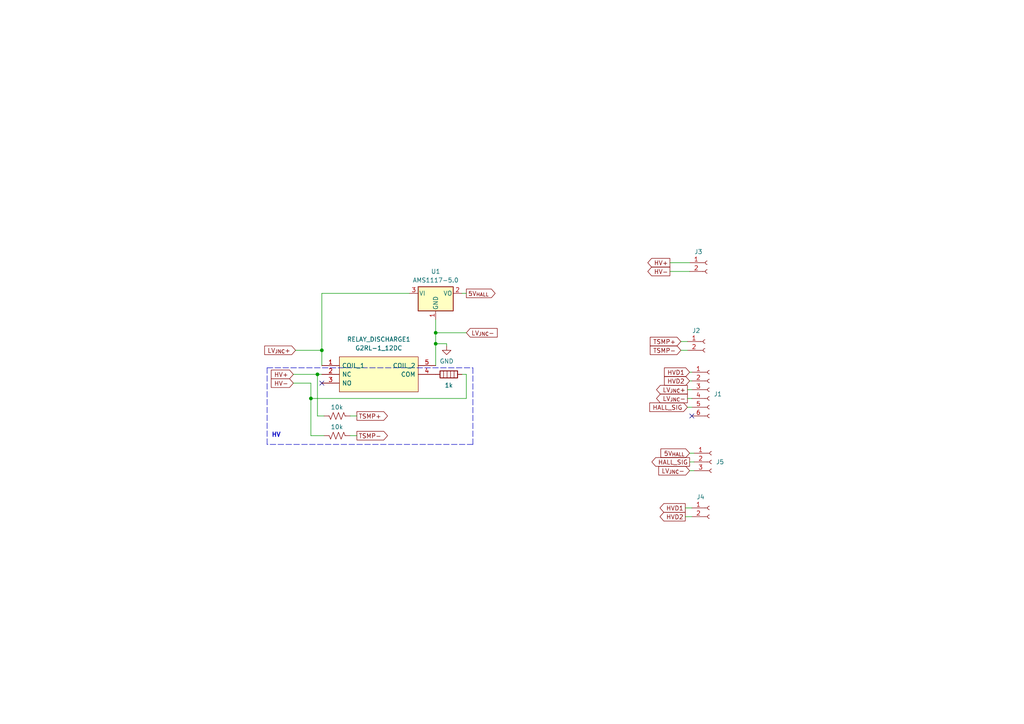
<source format=kicad_sch>
(kicad_sch (version 20211123) (generator eeschema)
  (paper "A4")
  (lib_symbols
    (symbol "11:Conn_01x03_Female"
      (property "Reference" "J" (at -1.524 5.08 0))
      (symbol "Conn_01x03_Female_1_1"
        (arc (start 0 -2.032) (mid -0.508 -2.54) (end 0 -3.048) (stroke (width 0.1524)))
        (polyline (pts (xy -1.27 -2.54) (xy -0.508 -2.54)) (stroke (width 0.1524)))
        (polyline (pts (xy -1.27 0) (xy -0.508 0)) (stroke (width 0.1524)))
        (polyline (pts (xy -1.27 2.54) (xy -0.508 2.54)) (stroke (width 0.1524)))
        (arc (start 0 0.508) (mid -0.508 0) (end 0 -0.508) (stroke (width 0.1524)))
        (arc (start 0 3.048) (mid -0.508 2.54) (end 0 2.032) (stroke (width 0.1524)))
        (pin input line (at 0 -2.54 180) (length 3.81) hide (name "") (number ""))
        (pin input line (at 0 0 180) (length 3.81) hide (name "") (number ""))
        (pin input line (at 0 2.54 180) (length 3.81) hide (name "") (number ""))
        (pin passive line (at -5.08 2.54 0) (length 3.81) (name "") (number "1"))
        (pin passive line (at -5.08 0 0) (length 3.81) (name "") (number "2"))
        (pin passive line (at -5.08 -2.54 0) (length 3.81) (name "") (number "3"))
      )
    )
    (symbol "11:Conn_01x06_Female"
      (property "Reference" "J" (at 0 0 0))
      (symbol "Conn_01x06_Female_1_1"
        (polyline (pts (xy 1.27 -15.24) (xy 2.032 -15.24)) (stroke (width 0.1524)))
        (polyline (pts (xy 1.27 -12.7) (xy 2.032 -12.7)) (stroke (width 0.1524)))
        (polyline (pts (xy 1.27 -10.16) (xy 2.032 -10.16)) (stroke (width 0.1524)))
        (polyline (pts (xy 1.27 -7.62) (xy 2.032 -7.62)) (stroke (width 0.1524)))
        (polyline (pts (xy 1.27 -5.08) (xy 2.032 -5.08)) (stroke (width 0.1524)))
        (polyline (pts (xy 1.27 -2.54) (xy 2.032 -2.54)) (stroke (width 0.1524)))
        (arc (start 2.54 -14.732) (mid 2.032 -15.24) (end 2.54 -15.748) (stroke (width 0.1524)))
        (arc (start 2.54 -12.192) (mid 2.032 -12.7) (end 2.54 -13.208) (stroke (width 0.1524)))
        (arc (start 2.54 -9.652) (mid 2.032 -10.16) (end 2.54 -10.668) (stroke (width 0.1524)))
        (arc (start 2.54 -7.112) (mid 2.032 -7.62) (end 2.54 -8.128) (stroke (width 0.1524)))
        (arc (start 2.54 -4.572) (mid 2.032 -5.08) (end 2.54 -5.588) (stroke (width 0.1524)))
        (arc (start 2.54 -2.032) (mid 2.032 -2.54) (end 2.54 -3.048) (stroke (width 0.1524)))
        (pin input line (at 2.54 -15.24 180) (length 3.81) hide (name "") (number ""))
        (pin input line (at 2.54 -12.7 180) (length 3.81) hide (name "") (number ""))
        (pin input line (at 2.54 -10.16 180) (length 3.81) hide (name "") (number ""))
        (pin input line (at 2.54 -7.62 180) (length 3.81) hide (name "") (number ""))
        (pin input line (at 2.54 -5.08 180) (length 3.81) hide (name "") (number ""))
        (pin input line (at 2.54 -2.54 180) (length 3.81) hide (name "") (number ""))
        (pin passive line (at -2.54 -2.54 0) (length 3.81) (name "") (number "1"))
        (pin passive line (at -2.54 -5.08 0) (length 3.81) (name "") (number "2"))
        (pin passive line (at -2.54 -7.62 0) (length 3.81) (name "") (number "3"))
        (pin passive line (at -2.54 -10.16 0) (length 3.81) (name "") (number "4"))
        (pin passive line (at -2.54 -12.7 0) (length 3.81) (name "") (number "5"))
        (pin passive line (at -2.54 -15.24 0) (length 3.81) (name "") (number "6"))
      )
    )
    (symbol "A-FA_PARTS:Conn_01x02_Female" (pin_names (offset 1.016) hide)
      (property "Reference" "J" (at 0 2.54 0))
      (property "Value" "Conn_01x02_Female" (at 0 -5.08 0))
      (symbol "Conn_01x02_Female_1_1"
        (arc (start 0 -2.032) (mid -0.508 -2.54) (end 0 -3.048) (stroke (width 0.1524)))
        (polyline (pts (xy -1.27 -2.54) (xy -0.508 -2.54)) (stroke (width 0.1524)))
        (polyline (pts (xy -1.27 0) (xy -0.508 0)) (stroke (width 0.1524)))
        (arc (start 0 0.508) (mid -0.508 0) (end 0 -0.508) (stroke (width 0.1524)))
        (pin input line (at 0 -2.54 180) (length 3.81) hide (name "") (number ""))
        (pin input line (at 0 0 180) (length 3.81) hide (name "") (number ""))
        (pin passive line (at -5.08 0 0) (length 3.81) (name "Pin_1") (number "1"))
        (pin passive line (at -5.08 -2.54 0) (length 3.81) (name "Pin_2") (number "2"))
      )
    )
    (symbol "Device:Heater" (pin_numbers hide) (pin_names (offset 0))
      (property "Reference" "R" (at 2.032 0 90))
      (property "Value" "Heater" (at -2.032 0 90))
      (symbol "Heater_0_1"
        (rectangle (start -1.016 -2.54) (end 1.016 2.54) (stroke (width 0.254)))
        (polyline (pts (xy -1.016 1.524) (xy 1.016 1.524)))
        (polyline (pts (xy 1.016 -1.524) (xy -1.016 -1.524)))
        (polyline (pts (xy 1.016 -0.508) (xy -1.016 -0.508)))
        (polyline (pts (xy 1.016 0.508) (xy -1.016 0.508)))
      )
      (symbol "Heater_1_1"
        (pin passive line (at 0 3.81 270) (length 1.27) (name "~") (number "1"))
        (pin passive line (at 0 -3.81 90) (length 1.27) (name "~") (number "2"))
      )
    )
    (symbol "Device:R_US" (pin_numbers hide) (pin_names (offset 0))
      (property "Reference" "R" (at 2.54 0 90))
      (property "Value" "R_US" (at -2.54 0 90))
      (symbol "R_US_0_1"
        (polyline (pts (xy 0 -2.286) (xy 0 -2.54)))
        (polyline (pts (xy 0 2.286) (xy 0 2.54)))
        (polyline (pts (xy 0 -0.762) (xy 1.016 -1.143) (xy 0 -1.524) (xy -1.016 -1.905) (xy 0 -2.286)))
        (polyline (pts (xy 0 0.762) (xy 1.016 0.381) (xy 0 0) (xy -1.016 -0.381) (xy 0 -0.762)))
        (polyline (pts (xy 0 2.286) (xy 1.016 1.905) (xy 0 1.524) (xy -1.016 1.143) (xy 0 0.762)))
      )
      (symbol "R_US_1_1"
        (pin passive line (at 0 3.81 270) (length 1.27) (name "~") (number "1"))
        (pin passive line (at 0 -3.81 90) (length 1.27) (name "~") (number "2"))
      )
    )
    (symbol "G2RL-1_12DC:G2RL-1_12DC" (pin_names (offset 0.762))
      (property "Reference" "K" (at 29.21 7.62 0))
      (property "Value" "G2RL-1_12DC" (at 29.21 5.08 0))
      (symbol "G2RL-1_12DC_0_0"
        (pin passive line (at 0 0 0) (length 5.08) (name "COIL_1") (number "1"))
        (pin passive line (at 0 -2.54 0) (length 5.08) (name "NC") (number "2"))
        (pin passive line (at 0 -5.08 0) (length 5.08) (name "NO") (number "3"))
        (pin passive line (at 33.02 -2.54 180) (length 5.08) (name "COM") (number "4"))
        (pin passive line (at 33.02 0 180) (length 5.08) (name "COIL_2") (number "5"))
      )
      (symbol "G2RL-1_12DC_0_1"
        (polyline (pts (xy 5.08 2.54) (xy 27.94 2.54) (xy 27.94 -7.62) (xy 5.08 -7.62) (xy 5.08 2.54)) (stroke (width 0.1524)) (fill (type background)))
      )
    )
    (symbol "Regulator_Linear:AMS1117-5.0" (pin_names (offset 0.254))
      (property "Reference" "U" (at -3.81 3.175 0))
      (property "Value" "AMS1117-5.0" (at 0 3.175 0))
      (symbol "AMS1117-5.0_0_1"
        (rectangle (start -5.08 -5.08) (end 5.08 1.905) (stroke (width 0.254)) (fill (type background)))
      )
      (symbol "AMS1117-5.0_1_1"
        (pin power_in line (at 0 -7.62 90) (length 2.54) (name "GND") (number "1"))
        (pin power_out line (at 7.62 0 180) (length 2.54) (name "VO") (number "2"))
        (pin power_in line (at -7.62 0 0) (length 2.54) (name "VI") (number "3"))
      )
    )
    (symbol "power:GND" (power) (pin_names (offset 0))
      (property "Value" "GND" (at 0 -3.81 0))
      (symbol "GND_0_1"
        (polyline (pts (xy 0 0) (xy 0 -1.27) (xy 1.27 -1.27) (xy 0 -2.54) (xy -1.27 -1.27) (xy 0 -1.27)))
      )
      (symbol "GND_1_1"
        (pin power_in line (at 0 0 270) (length 0) hide (name "GND") (number "1"))
      )
    )
  )
  (junction (at 92.075 108.585))
  (junction (at 126.365 96.52))
  (junction (at 126.365 99.695))
  (junction (at 90.17 115.57))
  (junction (at 93.345 101.6))
  (no_connect (at 200.66 120.65))
  (no_connect (at 93.345 111.125))
  (wire (pts (xy 135.255 115.57) (xy 135.255 108.585)))
  (polyline (pts (xy 137.16 106.68) (xy 137.16 128.905)))
  (wire (pts (xy 126.365 99.695) (xy 126.365 106.045)))
  (wire (pts (xy 200.025 136.525) (xy 201.295 136.525)))
  (wire (pts (xy 92.075 108.585) (xy 92.075 120.65)))
  (polyline (pts (xy 77.47 128.905) (xy 77.47 106.68)))
  (wire (pts (xy 90.17 115.57) (xy 135.255 115.57)))
  (polyline (pts (xy 77.47 106.68) (xy 137.16 106.68)))
  (wire (pts (xy 129.54 99.695) (xy 129.54 100.33)))
  (wire (pts (xy 126.365 92.71) (xy 126.365 96.52)))
  (wire (pts (xy 90.17 111.125) (xy 90.17 115.57)))
  (wire (pts (xy 194.31 78.74) (xy 200.025 78.74)))
  (wire (pts (xy 199.39 118.11) (xy 200.66 118.11)))
  (wire (pts (xy 85.09 111.125) (xy 90.17 111.125)))
  (wire (pts (xy 199.39 113.03) (xy 200.66 113.03)))
  (wire (pts (xy 197.485 101.6) (xy 199.39 101.6)))
  (wire (pts (xy 194.31 76.2) (xy 200.025 76.2)))
  (wire (pts (xy 92.075 108.585) (xy 93.345 108.585)))
  (wire (pts (xy 101.6 126.365) (xy 103.505 126.365)))
  (wire (pts (xy 101.6 120.65) (xy 103.505 120.65)))
  (wire (pts (xy 200.025 131.445) (xy 201.295 131.445)))
  (wire (pts (xy 199.39 115.57) (xy 200.66 115.57)))
  (wire (pts (xy 85.725 101.6) (xy 93.345 101.6)))
  (wire (pts (xy 93.345 101.6) (xy 93.345 85.09)))
  (wire (pts (xy 126.365 99.695) (xy 129.54 99.695)))
  (wire (pts (xy 198.755 147.32) (xy 200.66 147.32)))
  (wire (pts (xy 200.025 107.95) (xy 200.66 107.95)))
  (wire (pts (xy 198.755 149.86) (xy 200.66 149.86)))
  (wire (pts (xy 90.17 126.365) (xy 90.17 115.57)))
  (wire (pts (xy 85.09 108.585) (xy 92.075 108.585)))
  (wire (pts (xy 126.365 96.52) (xy 135.255 96.52)))
  (wire (pts (xy 197.485 99.06) (xy 199.39 99.06)))
  (wire (pts (xy 92.075 120.65) (xy 93.98 120.65)))
  (wire (pts (xy 93.98 126.365) (xy 90.17 126.365)))
  (polyline (pts (xy 137.16 128.905) (xy 77.47 128.905)))
  (wire (pts (xy 126.365 99.695) (xy 126.365 96.52)))
  (wire (pts (xy 93.345 101.6) (xy 93.345 106.045)))
  (wire (pts (xy 93.345 85.09) (xy 118.745 85.09)))
  (wire (pts (xy 135.255 108.585) (xy 133.985 108.585)))
  (wire (pts (xy 135.255 85.09) (xy 133.985 85.09)))
  (wire (pts (xy 200.025 110.49) (xy 200.66 110.49)))
  (wire (pts (xy 200.025 133.985) (xy 201.295 133.985)))
  (text "HV" (at 78.74 127 0) (effects (font (size 1.27 1.27) (thickness 0.254) bold) (justify left bottom)))
  (global_label "LV_{JNC}-" (shape input) (at 135.255 96.52 0) (property "Intersheet References" "${INTERSHEET_REFS}" (effects hide)))
  (global_label "5V_{HALL}" (shape output) (at 135.255 85.09 0) (property "Intersheet References" "${INTERSHEET_REFS}" (effects hide)))
  (global_label "LV_{JNC}+" (shape output) (at 199.39 113.03 180) (property "Intersheet References" "${INTERSHEET_REFS}" (effects hide)))
  (global_label "HALL_SIG" (shape output) (at 200.025 133.985 180) (property "Intersheet References" "${INTERSHEET_REFS}" (effects hide)))
  (global_label "HALL_SIG" (shape input) (at 199.39 118.11 180) (property "Intersheet References" "${INTERSHEET_REFS}" (effects hide)))
  (global_label "HVD2" (shape output) (at 198.755 149.86 180) (property "Intersheet References" "${INTERSHEET_REFS}" (effects hide)))
  (global_label "LV_{JNC}+" (shape input) (at 85.725 101.6 180) (property "Intersheet References" "${INTERSHEET_REFS}" (effects hide)))
  (global_label "HV-" (shape output) (at 194.31 78.74 180) (property "Intersheet References" "${INTERSHEET_REFS}" (effects hide)))
  (global_label "LV_{JNC}-" (shape output) (at 199.39 115.57 180) (property "Intersheet References" "${INTERSHEET_REFS}" (effects hide)))
  (global_label "HV+" (shape output) (at 194.31 76.2 180) (property "Intersheet References" "${INTERSHEET_REFS}" (effects hide)))
  (global_label "HVD2" (shape input) (at 200.025 110.49 180) (property "Intersheet References" "${INTERSHEET_REFS}" (effects hide)))
  (global_label "TSMP-" (shape input) (at 197.485 101.6 180) (property "Intersheet References" "${INTERSHEET_REFS}" (effects hide)))
  (global_label "HV+" (shape input) (at 85.09 108.585 180) (property "Intersheet References" "${INTERSHEET_REFS}" (effects hide)))
  (global_label "HVD1" (shape output) (at 198.755 147.32 180) (property "Intersheet References" "${INTERSHEET_REFS}" (effects hide)))
  (global_label "TSMP-" (shape output) (at 103.505 126.365 0) (property "Intersheet References" "${INTERSHEET_REFS}" (effects hide)))
  (global_label "LV_{JNC}-" (shape input) (at 200.025 136.525 180) (property "Intersheet References" "${INTERSHEET_REFS}" (effects hide)))
  (global_label "TSMP+" (shape output) (at 103.505 120.65 0) (property "Intersheet References" "${INTERSHEET_REFS}" (effects hide)))
  (global_label "TSMP+" (shape input) (at 197.485 99.06 180) (property "Intersheet References" "${INTERSHEET_REFS}" (effects hide)))
  (global_label "HVD1" (shape input) (at 200.025 107.95 180) (property "Intersheet References" "${INTERSHEET_REFS}" (effects hide)))
  (global_label "5V_{HALL}" (shape input) (at 200.025 131.445 180) (property "Intersheet References" "${INTERSHEET_REFS}" (effects hide)))
  (global_label "HV-" (shape input) (at 85.09 111.125 180) (property "Intersheet References" "${INTERSHEET_REFS}" (effects hide)))
  (symbol (lib_id "Device:R_US") (at 97.79 126.365 270) (mirror x) (unit 1)
    (property "Reference" "R2" (effects hide))
    (property "Value" "10k" (at 95.885 123.825 90) (effects (justify left)))
    (property "Footprint" "Resistor_THT:R_Axial_DIN0922_L20.0mm_D9.0mm_P30.48mm_Horizontal" (effects hide))
  )
  (symbol (lib_id "11:Conn_01x03_Female") (at 206.375 133.985 0) (unit 1)
    (property "Reference" "J5" (at 207.645 133.9849 0) (effects (justify left)))
    (property "Value" "HALL" (effects hide))
    (property "Footprint" "Connector_PinHeader_2.54mm:PinHeader_1x03_P2.54mm_Vertical" (effects hide))
  )
  (symbol (lib_id "power:GND") (at 129.54 100.33 0) (unit 1)
    (property "Reference" "#PWR01" (effects hide))
    (property "Value" "GND" (at 129.54 104.7734 0))
  )
  (symbol (lib_id "A-FA_PARTS:Conn_01x02_Female") (at 204.47 99.06 0) (unit 1)
    (property "Reference" "J2" (at 201.93 95.885 0))
    (property "Value" "TSMP" (effects hide))
    (property "Footprint" "Connector_Molex:Molex_Micro-Fit_3.0_43650-0215_1x02_P3.00mm_Vertical" (effects hide))
  )
  (symbol (lib_id "11:Conn_01x06_Female") (at 203.2 105.41 0) (unit 1)
    (property "Reference" "J1" (at 207.01 114.2999 0) (effects (justify left)))
    (property "Value" "JUNC" (effects hide))
    (property "Footprint" "Connector_PinHeader_2.54mm:PinHeader_1x06_P2.54mm_Vertical" (effects hide))
  )
  (symbol (lib_id "A-FA_PARTS:Conn_01x02_Female") (at 205.74 147.32 0) (unit 1)
    (property "Reference" "J4" (at 203.2 144.145 0))
    (property "Value" "HVD_IN" (effects hide))
    (property "Footprint" "Connector_PinHeader_2.54mm:PinHeader_1x02_P2.54mm_Horizontal" (effects hide))
  )
  (symbol (lib_id "Regulator_Linear:AMS1117-5.0") (at 126.365 85.09 0) (unit 1)
    (property "Reference" "U1" (at 126.365 78.74 0))
    (property "Value" "AMS1117-5.0" (at 126.365 81.2769 0))
    (property "Footprint" "footprint:AMS1117-5.0" (effects hide))
    (property "Datasheet" "http://www.advanced-monolithic.com/pdf/ds1117.pdf" (effects hide))
  )
  (symbol (lib_id "Device:Heater") (at 130.175 108.585 270) (unit 1)
    (property "Reference" "R_DIS_place_in_pcb1" (effects hide))
    (property "Value" "1k" (at 130.175 111.76 90))
    (property "Footprint" "footprint:HSC100" (effects hide))
  )
  (symbol (lib_id "G2RL-1_12DC:G2RL-1_12DC") (at 93.345 106.045 0) (unit 1)
    (property "Reference" "RELAY_DISCHARGE1" (at 109.855 98.425 0))
    (property "Value" "G2RL-1_12DC" (at 109.855 100.965 0))
    (property "Footprint" "footprint:G2RL112DC" (effects hide))
    (property "Datasheet" "http://uk.rs-online.com/web/p/products/3650490P" (effects hide))
    (property "Description" "General Purpose Relay, G2RL Series, Power, Non Latching, SPDT, 12 VDC, 12 A RoHS Compliant: Yes" (effects hide))
    (property "Height" "15.7" (effects hide))
    (property "Manufacturer_Name" "Omron Electronics" (effects hide))
    (property "Manufacturer_Part_Number" "G2RL-1 12DC" (effects hide))
  )
  (symbol (lib_id "A-FA_PARTS:Conn_01x02_Female") (at 205.105 76.2 0) (unit 1)
    (property "Reference" "J3" (at 202.565 73.025 0))
    (property "Value" "HV" (effects hide))
    (property "Footprint" "Connector_Molex:Molex_Micro-Fit_3.0_43650-0215_1x02_P3.00mm_Vertical" (effects hide))
  )
  (symbol (lib_id "Device:R_US") (at 97.79 120.65 270) (mirror x) (unit 1)
    (property "Reference" "R1" (effects hide))
    (property "Value" "10k" (at 95.885 118.11 90) (effects (justify left)))
    (property "Footprint" "Resistor_THT:R_Axial_DIN0922_L20.0mm_D9.0mm_P30.48mm_Horizontal" (effects hide))
  )
)
</source>
